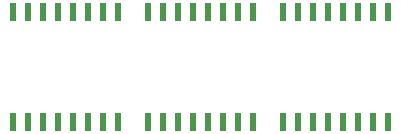
<source format=gbr>
G04 #@! TF.GenerationSoftware,KiCad,Pcbnew,(2017-12-02 revision 3109343)-master*
G04 #@! TF.CreationDate,2018-01-05T09:38:41-05:00*
G04 #@! TF.ProjectId,stm_integrated_interface,73746D5F696E74656772617465645F69,rev?*
G04 #@! TF.SameCoordinates,Original*
G04 #@! TF.FileFunction,Paste,Top*
G04 #@! TF.FilePolarity,Positive*
%FSLAX46Y46*%
G04 Gerber Fmt 4.6, Leading zero omitted, Abs format (unit mm)*
G04 Created by KiCad (PCBNEW (2017-12-02 revision 3109343)-master) date Fri Jan  5 09:38:41 2018*
%MOMM*%
%LPD*%
G01*
G04 APERTURE LIST*
%ADD10R,0.600000X1.500000*%
G04 APERTURE END LIST*
D10*
X102235000Y-54180000D03*
X100965000Y-54180000D03*
X99695000Y-54180000D03*
X98425000Y-54180000D03*
X97155000Y-54180000D03*
X95885000Y-54180000D03*
X94615000Y-54180000D03*
X93345000Y-54180000D03*
X93345000Y-44880000D03*
X94615000Y-44880000D03*
X95885000Y-44880000D03*
X97155000Y-44880000D03*
X98425000Y-44880000D03*
X99695000Y-44880000D03*
X100965000Y-44880000D03*
X102235000Y-44880000D03*
X113665000Y-44880000D03*
X112395000Y-44880000D03*
X111125000Y-44880000D03*
X109855000Y-44880000D03*
X108585000Y-44880000D03*
X107315000Y-44880000D03*
X106045000Y-44880000D03*
X104775000Y-44880000D03*
X104775000Y-54180000D03*
X106045000Y-54180000D03*
X107315000Y-54180000D03*
X108585000Y-54180000D03*
X109855000Y-54180000D03*
X111125000Y-54180000D03*
X112395000Y-54180000D03*
X113665000Y-54180000D03*
X125095000Y-54180000D03*
X123825000Y-54180000D03*
X122555000Y-54180000D03*
X121285000Y-54180000D03*
X120015000Y-54180000D03*
X118745000Y-54180000D03*
X117475000Y-54180000D03*
X116205000Y-54180000D03*
X116205000Y-44880000D03*
X117475000Y-44880000D03*
X118745000Y-44880000D03*
X120015000Y-44880000D03*
X121285000Y-44880000D03*
X122555000Y-44880000D03*
X123825000Y-44880000D03*
X125095000Y-44880000D03*
M02*

</source>
